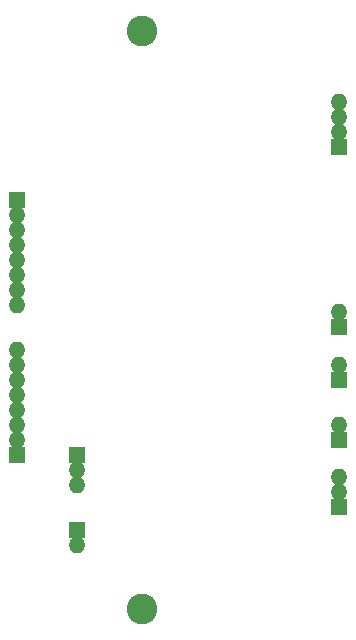
<source format=gbs>
%TF.GenerationSoftware,KiCad,Pcbnew,4.0.6*%
%TF.CreationDate,2017-05-25T21:52:32-03:00*%
%TF.ProjectId,np08,6E7030382E6B696361645F7063620000,rev?*%
%TF.FileFunction,Soldermask,Bot*%
%FSLAX46Y46*%
G04 Gerber Fmt 4.6, Leading zero omitted, Abs format (unit mm)*
G04 Created by KiCad (PCBNEW 4.0.6) date Thu May 25 21:52:32 2017*
%MOMM*%
%LPD*%
G01*
G04 APERTURE LIST*
%ADD10C,0.100000*%
%ADD11R,1.400000X1.400000*%
%ADD12O,1.400000X1.400000*%
%ADD13C,2.600000*%
G04 APERTURE END LIST*
D10*
D11*
X172720000Y-133350000D03*
D12*
X172720000Y-132080000D03*
X172720000Y-130810000D03*
D11*
X172720000Y-102870000D03*
D12*
X172720000Y-101600000D03*
X172720000Y-100330000D03*
X172720000Y-99060000D03*
D11*
X150495000Y-135255000D03*
D12*
X150495000Y-136525000D03*
D11*
X150495000Y-128905000D03*
D12*
X150495000Y-130175000D03*
X150495000Y-131445000D03*
D11*
X172720000Y-127635000D03*
D12*
X172720000Y-126365000D03*
D11*
X172720000Y-122555000D03*
D12*
X172720000Y-121285000D03*
D11*
X145415000Y-128905000D03*
D12*
X145415000Y-127635000D03*
X145415000Y-126365000D03*
X145415000Y-125095000D03*
X145415000Y-123825000D03*
X145415000Y-122555000D03*
X145415000Y-121285000D03*
X145415000Y-120015000D03*
D11*
X145415000Y-107315000D03*
D12*
X145415000Y-108585000D03*
X145415000Y-109855000D03*
X145415000Y-111125000D03*
X145415000Y-112395000D03*
X145415000Y-113665000D03*
X145415000Y-114935000D03*
X145415000Y-116205000D03*
D11*
X172720000Y-118110000D03*
D12*
X172720000Y-116840000D03*
D13*
X156000000Y-93000000D03*
X156000000Y-142000000D03*
M02*

</source>
